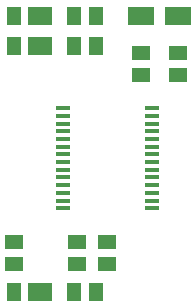
<source format=gtp>
%FSLAX25Y25*%
%MOIN*%
G70*
G01*
G75*
G04 Layer_Color=8421504*
%ADD10R,0.05906X0.05118*%
%ADD11R,0.04921X0.01181*%
%ADD12R,0.05118X0.05906*%
%ADD13R,0.08012X0.05906*%
%ADD14R,0.08661X0.05906*%
%ADD15C,0.03937*%
%ADD16C,0.01181*%
%ADD17C,0.05906*%
G04:AMPARAMS|DCode=18|XSize=59.06mil|YSize=59.06mil|CornerRadius=0mil|HoleSize=0mil|Usage=FLASHONLY|Rotation=270.000|XOffset=0mil|YOffset=0mil|HoleType=Round|Shape=Octagon|*
%AMOCTAGOND18*
4,1,8,-0.01476,-0.02953,0.01476,-0.02953,0.02953,-0.01476,0.02953,0.01476,0.01476,0.02953,-0.01476,0.02953,-0.02953,0.01476,-0.02953,-0.01476,-0.01476,-0.02953,0.0*
%
%ADD18OCTAGOND18*%

G04:AMPARAMS|DCode=19|XSize=59.06mil|YSize=59.06mil|CornerRadius=0mil|HoleSize=0mil|Usage=FLASHONLY|Rotation=180.000|XOffset=0mil|YOffset=0mil|HoleType=Round|Shape=Octagon|*
%AMOCTAGOND19*
4,1,8,-0.02953,0.01476,-0.02953,-0.01476,-0.01476,-0.02953,0.01476,-0.02953,0.02953,-0.01476,0.02953,0.01476,0.01476,0.02953,-0.01476,0.02953,-0.02953,0.01476,0.0*
%
%ADD19OCTAGOND19*%

%ADD20C,0.14961*%
%ADD21C,0.06299*%
%ADD22R,0.06299X0.06299*%
%ADD23C,0.02756*%
%ADD24C,0.03937*%
%ADD25C,0.05512*%
%ADD26C,0.01000*%
%ADD27C,0.00984*%
%ADD28C,0.00394*%
%ADD29C,0.00800*%
%ADD30C,0.00787*%
%ADD31C,0.00591*%
%ADD32R,0.04000X0.04000*%
D10*
X123602Y140260D02*
D03*
Y147740D02*
D03*
X90000Y77260D02*
D03*
Y84740D02*
D03*
X100000Y77260D02*
D03*
Y84740D02*
D03*
X68760Y77260D02*
D03*
Y84740D02*
D03*
X111398Y147740D02*
D03*
Y140260D02*
D03*
D11*
X114862Y111221D02*
D03*
Y108661D02*
D03*
Y106102D02*
D03*
Y103543D02*
D03*
Y100984D02*
D03*
Y98425D02*
D03*
Y95866D02*
D03*
Y113779D02*
D03*
Y116339D02*
D03*
Y118898D02*
D03*
Y121457D02*
D03*
Y124016D02*
D03*
Y126575D02*
D03*
Y129134D02*
D03*
X85138Y113779D02*
D03*
Y116339D02*
D03*
Y118898D02*
D03*
Y121457D02*
D03*
Y124016D02*
D03*
Y126575D02*
D03*
Y129134D02*
D03*
Y111221D02*
D03*
Y108661D02*
D03*
Y106102D02*
D03*
Y103543D02*
D03*
Y100984D02*
D03*
Y98425D02*
D03*
Y95866D02*
D03*
D12*
X96240Y160000D02*
D03*
X88760D02*
D03*
X96240Y150000D02*
D03*
X88760D02*
D03*
X68760Y160000D02*
D03*
Y150000D02*
D03*
Y68000D02*
D03*
X96240D02*
D03*
X88760D02*
D03*
D13*
X77440Y160000D02*
D03*
Y150000D02*
D03*
Y68000D02*
D03*
D14*
X123602Y160000D02*
D03*
X111398D02*
D03*
M02*

</source>
